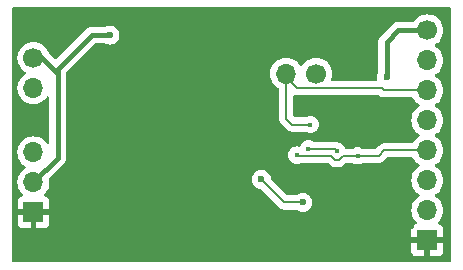
<source format=gbl>
G04 #@! TF.GenerationSoftware,KiCad,Pcbnew,8.0.4*
G04 #@! TF.CreationDate,2024-09-19T17:48:01+02:00*
G04 #@! TF.ProjectId,vibration-motor,76696272-6174-4696-9f6e-2d6d6f746f72,rev?*
G04 #@! TF.SameCoordinates,Original*
G04 #@! TF.FileFunction,Copper,L2,Bot*
G04 #@! TF.FilePolarity,Positive*
%FSLAX46Y46*%
G04 Gerber Fmt 4.6, Leading zero omitted, Abs format (unit mm)*
G04 Created by KiCad (PCBNEW 8.0.4) date 2024-09-19 17:48:01*
%MOMM*%
%LPD*%
G01*
G04 APERTURE LIST*
G04 #@! TA.AperFunction,ComponentPad*
%ADD10R,1.700000X1.700000*%
G04 #@! TD*
G04 #@! TA.AperFunction,ComponentPad*
%ADD11O,1.700000X1.700000*%
G04 #@! TD*
G04 #@! TA.AperFunction,ComponentPad*
%ADD12C,1.700000*%
G04 #@! TD*
G04 #@! TA.AperFunction,ViaPad*
%ADD13C,0.600000*%
G04 #@! TD*
G04 #@! TA.AperFunction,ViaPad*
%ADD14C,0.450000*%
G04 #@! TD*
G04 #@! TA.AperFunction,Conductor*
%ADD15C,0.200000*%
G04 #@! TD*
G04 #@! TA.AperFunction,Conductor*
%ADD16C,0.400000*%
G04 #@! TD*
G04 APERTURE END LIST*
D10*
X71800000Y-64380000D03*
D11*
X71800000Y-61840000D03*
X71800000Y-59300000D03*
D12*
X105150000Y-48975000D03*
D11*
X105150000Y-51515000D03*
X105150000Y-54055000D03*
X105150000Y-56595000D03*
X105150000Y-59135000D03*
X105150000Y-61675000D03*
X105150000Y-64215000D03*
D10*
X105150000Y-66755000D03*
D12*
X95740000Y-52650000D03*
D11*
X93200000Y-52650000D03*
D12*
X71800000Y-51310000D03*
D11*
X71800000Y-53850000D03*
D13*
X78275000Y-49375000D03*
X92800000Y-61650000D03*
X91250000Y-58900000D03*
X98500000Y-67000000D03*
X103750000Y-65500000D03*
X72000000Y-66600000D03*
X97600000Y-54750000D03*
X93440000Y-57730000D03*
X97575000Y-57650000D03*
D14*
X95250000Y-56950000D03*
X99250000Y-59600000D03*
X94090000Y-59540000D03*
D13*
X101700000Y-52950000D03*
D14*
X95070000Y-59000000D03*
X97500000Y-59210000D03*
D13*
X94600000Y-63550000D03*
X91100000Y-61600000D03*
D15*
X97500000Y-59210000D02*
X97290000Y-59000000D01*
X97290000Y-59000000D02*
X95070000Y-59000000D01*
X99250000Y-59600000D02*
X97980000Y-59600000D01*
X97980000Y-59600000D02*
X97630000Y-59950000D01*
X94150000Y-59600000D02*
X94090000Y-59540000D01*
X97630000Y-59950000D02*
X97360000Y-59950000D01*
X97010000Y-59600000D02*
X94150000Y-59600000D01*
X97360000Y-59950000D02*
X97010000Y-59600000D01*
D16*
X75475000Y-50615000D02*
X75485000Y-50615000D01*
X73850000Y-59790000D02*
X73850000Y-52650000D01*
X73850000Y-52240000D02*
X75475000Y-50615000D01*
X76725000Y-49375000D02*
X78275000Y-49375000D01*
X73850000Y-52650000D02*
X73850000Y-52240000D01*
X71800000Y-51310000D02*
X72510000Y-51310000D01*
X75485000Y-50615000D02*
X76725000Y-49375000D01*
X71800000Y-61840000D02*
X73850000Y-59790000D01*
X72510000Y-51310000D02*
X73850000Y-52650000D01*
D15*
X101300000Y-53850000D02*
X94150000Y-53850000D01*
X101500000Y-54050000D02*
X101300000Y-53850000D01*
X105150000Y-54055000D02*
X105145000Y-54050000D01*
X95250000Y-56950000D02*
X93700000Y-56950000D01*
X93700000Y-56950000D02*
X93200000Y-56450000D01*
X105145000Y-54050000D02*
X101500000Y-54050000D01*
X93200000Y-52900000D02*
X93200000Y-52400000D01*
X93200000Y-56450000D02*
X93200000Y-52560000D01*
X93200000Y-52560000D02*
X93210000Y-52550000D01*
X94150000Y-53850000D02*
X93200000Y-52900000D01*
X105145000Y-59130000D02*
X105150000Y-59135000D01*
X99250000Y-59600000D02*
X101030000Y-59600000D01*
X101030000Y-59600000D02*
X101500000Y-59130000D01*
X101500000Y-59130000D02*
X105145000Y-59130000D01*
D16*
X101700000Y-49950000D02*
X102675000Y-48975000D01*
X102675000Y-48975000D02*
X105150000Y-48975000D01*
X101700000Y-52950000D02*
X101700000Y-49950000D01*
D15*
X91100000Y-61600000D02*
X93050000Y-63550000D01*
X93050000Y-63550000D02*
X94600000Y-63550000D01*
G04 #@! TA.AperFunction,Conductor*
G36*
X107065800Y-47020185D02*
G01*
X107111555Y-47072989D01*
X107122761Y-47124500D01*
X107122761Y-68497290D01*
X107103076Y-68564329D01*
X107050272Y-68610084D01*
X106998761Y-68621290D01*
X70124500Y-68621290D01*
X70057461Y-68601605D01*
X70011706Y-68548801D01*
X70000500Y-68497290D01*
X70000500Y-51309999D01*
X70444341Y-51309999D01*
X70444341Y-51310000D01*
X70464936Y-51545403D01*
X70464938Y-51545413D01*
X70526094Y-51773655D01*
X70526096Y-51773659D01*
X70526097Y-51773663D01*
X70528398Y-51778597D01*
X70625965Y-51987830D01*
X70625967Y-51987834D01*
X70734281Y-52142521D01*
X70759100Y-52177967D01*
X70761501Y-52181395D01*
X70761506Y-52181402D01*
X70928597Y-52348493D01*
X70928603Y-52348498D01*
X71114158Y-52478425D01*
X71157783Y-52533002D01*
X71164977Y-52602500D01*
X71133454Y-52664855D01*
X71114158Y-52681575D01*
X70928597Y-52811505D01*
X70761505Y-52978597D01*
X70625965Y-53172169D01*
X70625964Y-53172171D01*
X70526098Y-53386335D01*
X70526094Y-53386344D01*
X70464938Y-53614586D01*
X70464936Y-53614596D01*
X70444341Y-53849999D01*
X70444341Y-53850000D01*
X70464936Y-54085403D01*
X70464938Y-54085413D01*
X70526094Y-54313655D01*
X70526096Y-54313659D01*
X70526097Y-54313663D01*
X70589906Y-54450501D01*
X70625965Y-54527830D01*
X70625967Y-54527834D01*
X70711860Y-54650501D01*
X70761505Y-54721401D01*
X70928599Y-54888495D01*
X70982736Y-54926402D01*
X71122165Y-55024032D01*
X71122167Y-55024033D01*
X71122170Y-55024035D01*
X71336337Y-55123903D01*
X71564592Y-55185063D01*
X71752918Y-55201539D01*
X71799999Y-55205659D01*
X71800000Y-55205659D01*
X71800001Y-55205659D01*
X71839234Y-55202226D01*
X72035408Y-55185063D01*
X72263663Y-55123903D01*
X72477830Y-55024035D01*
X72671401Y-54888495D01*
X72838495Y-54721401D01*
X72923925Y-54599393D01*
X72978502Y-54555769D01*
X73048000Y-54548575D01*
X73110355Y-54580098D01*
X73145769Y-54640327D01*
X73149500Y-54670517D01*
X73149500Y-58479482D01*
X73129815Y-58546521D01*
X73077011Y-58592276D01*
X73007853Y-58602220D01*
X72944297Y-58573195D01*
X72923925Y-58550606D01*
X72874204Y-58479597D01*
X72838495Y-58428599D01*
X72838493Y-58428597D01*
X72838491Y-58428594D01*
X72671402Y-58261506D01*
X72671395Y-58261501D01*
X72477834Y-58125967D01*
X72477830Y-58125965D01*
X72414644Y-58096501D01*
X72263663Y-58026097D01*
X72263659Y-58026096D01*
X72263655Y-58026094D01*
X72035413Y-57964938D01*
X72035403Y-57964936D01*
X71800001Y-57944341D01*
X71799999Y-57944341D01*
X71564596Y-57964936D01*
X71564586Y-57964938D01*
X71336344Y-58026094D01*
X71336335Y-58026098D01*
X71122171Y-58125964D01*
X71122169Y-58125965D01*
X70928597Y-58261505D01*
X70761505Y-58428597D01*
X70625965Y-58622169D01*
X70625964Y-58622171D01*
X70526098Y-58836335D01*
X70526094Y-58836344D01*
X70464938Y-59064586D01*
X70464936Y-59064596D01*
X70444341Y-59299999D01*
X70444341Y-59300000D01*
X70464936Y-59535403D01*
X70464938Y-59535413D01*
X70526094Y-59763655D01*
X70526096Y-59763659D01*
X70526097Y-59763663D01*
X70569516Y-59856775D01*
X70625965Y-59977830D01*
X70625967Y-59977834D01*
X70761501Y-60171395D01*
X70761506Y-60171402D01*
X70928597Y-60338493D01*
X70928603Y-60338498D01*
X71114158Y-60468425D01*
X71157783Y-60523002D01*
X71164977Y-60592500D01*
X71133454Y-60654855D01*
X71114158Y-60671575D01*
X70928597Y-60801505D01*
X70761505Y-60968597D01*
X70625965Y-61162169D01*
X70625964Y-61162171D01*
X70526098Y-61376335D01*
X70526094Y-61376344D01*
X70464938Y-61604586D01*
X70464936Y-61604596D01*
X70444341Y-61839999D01*
X70444341Y-61840000D01*
X70464936Y-62075403D01*
X70464938Y-62075413D01*
X70526094Y-62303655D01*
X70526096Y-62303659D01*
X70526097Y-62303663D01*
X70625965Y-62517830D01*
X70625967Y-62517834D01*
X70645971Y-62546402D01*
X70761501Y-62711396D01*
X70761506Y-62711402D01*
X70883818Y-62833714D01*
X70917303Y-62895037D01*
X70912319Y-62964729D01*
X70870447Y-63020662D01*
X70839471Y-63037577D01*
X70707912Y-63086646D01*
X70707906Y-63086649D01*
X70592812Y-63172809D01*
X70592809Y-63172812D01*
X70506649Y-63287906D01*
X70506645Y-63287913D01*
X70456403Y-63422620D01*
X70456401Y-63422627D01*
X70450000Y-63482155D01*
X70450000Y-64130000D01*
X71366988Y-64130000D01*
X71334075Y-64187007D01*
X71300000Y-64314174D01*
X71300000Y-64445826D01*
X71334075Y-64572993D01*
X71366988Y-64630000D01*
X70450000Y-64630000D01*
X70450000Y-65277844D01*
X70456401Y-65337372D01*
X70456403Y-65337379D01*
X70506645Y-65472086D01*
X70506649Y-65472093D01*
X70592809Y-65587187D01*
X70592812Y-65587190D01*
X70707906Y-65673350D01*
X70707913Y-65673354D01*
X70842620Y-65723596D01*
X70842627Y-65723598D01*
X70902155Y-65729999D01*
X70902172Y-65730000D01*
X71550000Y-65730000D01*
X71550000Y-64813012D01*
X71607007Y-64845925D01*
X71734174Y-64880000D01*
X71865826Y-64880000D01*
X71992993Y-64845925D01*
X72050000Y-64813012D01*
X72050000Y-65730000D01*
X72697828Y-65730000D01*
X72697844Y-65729999D01*
X72757372Y-65723598D01*
X72757379Y-65723596D01*
X72892086Y-65673354D01*
X72892093Y-65673350D01*
X73007187Y-65587190D01*
X73007190Y-65587187D01*
X73093350Y-65472093D01*
X73093354Y-65472086D01*
X73143596Y-65337379D01*
X73143598Y-65337372D01*
X73149999Y-65277844D01*
X73150000Y-65277827D01*
X73150000Y-64630000D01*
X72233012Y-64630000D01*
X72265925Y-64572993D01*
X72300000Y-64445826D01*
X72300000Y-64314174D01*
X72265925Y-64187007D01*
X72233012Y-64130000D01*
X73150000Y-64130000D01*
X73150000Y-63482172D01*
X73149999Y-63482155D01*
X73143598Y-63422627D01*
X73143596Y-63422620D01*
X73093354Y-63287913D01*
X73093350Y-63287906D01*
X73007190Y-63172812D01*
X73007187Y-63172809D01*
X72892093Y-63086649D01*
X72892088Y-63086646D01*
X72760528Y-63037577D01*
X72704595Y-62995705D01*
X72680178Y-62930241D01*
X72695030Y-62861968D01*
X72716175Y-62833720D01*
X72838495Y-62711401D01*
X72974035Y-62517830D01*
X73073903Y-62303663D01*
X73135063Y-62075408D01*
X73155659Y-61840000D01*
X73135063Y-61604592D01*
X73133832Y-61599996D01*
X90294435Y-61599996D01*
X90294435Y-61600003D01*
X90314630Y-61779249D01*
X90314631Y-61779254D01*
X90374211Y-61949523D01*
X90453307Y-62075403D01*
X90470184Y-62102262D01*
X90597738Y-62229816D01*
X90750478Y-62325789D01*
X90920745Y-62385368D01*
X91007669Y-62395161D01*
X91072080Y-62422226D01*
X91081465Y-62430700D01*
X92565139Y-63914374D01*
X92565149Y-63914385D01*
X92569479Y-63918715D01*
X92569480Y-63918716D01*
X92681284Y-64030520D01*
X92681286Y-64030521D01*
X92681290Y-64030524D01*
X92754850Y-64072993D01*
X92818216Y-64109577D01*
X92930019Y-64139534D01*
X92970942Y-64150500D01*
X92970943Y-64150500D01*
X94017588Y-64150500D01*
X94084627Y-64170185D01*
X94094903Y-64177555D01*
X94097736Y-64179814D01*
X94097738Y-64179816D01*
X94250478Y-64275789D01*
X94360176Y-64314174D01*
X94420745Y-64335368D01*
X94420750Y-64335369D01*
X94599996Y-64355565D01*
X94600000Y-64355565D01*
X94600004Y-64355565D01*
X94779249Y-64335369D01*
X94779252Y-64335368D01*
X94779255Y-64335368D01*
X94949522Y-64275789D01*
X95102262Y-64179816D01*
X95229816Y-64052262D01*
X95325789Y-63899522D01*
X95385368Y-63729255D01*
X95405565Y-63550000D01*
X95404119Y-63537169D01*
X95385369Y-63370750D01*
X95385368Y-63370745D01*
X95375869Y-63343599D01*
X95325789Y-63200478D01*
X95310726Y-63176506D01*
X95254265Y-63086649D01*
X95229816Y-63047738D01*
X95102262Y-62920184D01*
X95062241Y-62895037D01*
X94949523Y-62824211D01*
X94779254Y-62764631D01*
X94779249Y-62764630D01*
X94600004Y-62744435D01*
X94599996Y-62744435D01*
X94420750Y-62764630D01*
X94420745Y-62764631D01*
X94250476Y-62824211D01*
X94097736Y-62920185D01*
X94094903Y-62922445D01*
X94092724Y-62923334D01*
X94091842Y-62923889D01*
X94091744Y-62923734D01*
X94030217Y-62948855D01*
X94017588Y-62949500D01*
X93350097Y-62949500D01*
X93283058Y-62929815D01*
X93262416Y-62913181D01*
X91930700Y-61581465D01*
X91897215Y-61520142D01*
X91895163Y-61507686D01*
X91885368Y-61420745D01*
X91825789Y-61250478D01*
X91729816Y-61097738D01*
X91602262Y-60970184D01*
X91449523Y-60874211D01*
X91279254Y-60814631D01*
X91279249Y-60814630D01*
X91100004Y-60794435D01*
X91099996Y-60794435D01*
X90920750Y-60814630D01*
X90920745Y-60814631D01*
X90750476Y-60874211D01*
X90597737Y-60970184D01*
X90470184Y-61097737D01*
X90374211Y-61250476D01*
X90314631Y-61420745D01*
X90314630Y-61420750D01*
X90294435Y-61599996D01*
X73133832Y-61599996D01*
X73130558Y-61587779D01*
X73132219Y-61517932D01*
X73162649Y-61468006D01*
X74394114Y-60236543D01*
X74470775Y-60121811D01*
X74523580Y-59994328D01*
X74550500Y-59858994D01*
X74550500Y-59721006D01*
X74550500Y-52649999D01*
X91844341Y-52649999D01*
X91844341Y-52650000D01*
X91864936Y-52885403D01*
X91864938Y-52885413D01*
X91926094Y-53113655D01*
X91926096Y-53113659D01*
X91926097Y-53113663D01*
X91958708Y-53183597D01*
X92025965Y-53327830D01*
X92025967Y-53327834D01*
X92097743Y-53430340D01*
X92161505Y-53521401D01*
X92328599Y-53688495D01*
X92425384Y-53756265D01*
X92522165Y-53824032D01*
X92522167Y-53824033D01*
X92522170Y-53824035D01*
X92527898Y-53826706D01*
X92580339Y-53872872D01*
X92599500Y-53939090D01*
X92599500Y-56363330D01*
X92599499Y-56363348D01*
X92599499Y-56529054D01*
X92599498Y-56529054D01*
X92599499Y-56529057D01*
X92640423Y-56681785D01*
X92661457Y-56718216D01*
X92719480Y-56818716D01*
X92831284Y-56930520D01*
X92831285Y-56930521D01*
X93331284Y-57430520D01*
X93331286Y-57430521D01*
X93331290Y-57430524D01*
X93468209Y-57509573D01*
X93468216Y-57509577D01*
X93620943Y-57550501D01*
X93620945Y-57550501D01*
X93786654Y-57550501D01*
X93786670Y-57550500D01*
X94806326Y-57550500D01*
X94872297Y-57569505D01*
X94933225Y-57607789D01*
X95087539Y-57661786D01*
X95087542Y-57661786D01*
X95087544Y-57661787D01*
X95249996Y-57680091D01*
X95250000Y-57680091D01*
X95250004Y-57680091D01*
X95412455Y-57661787D01*
X95412456Y-57661786D01*
X95412461Y-57661786D01*
X95566775Y-57607789D01*
X95705204Y-57520808D01*
X95820808Y-57405204D01*
X95907789Y-57266775D01*
X95961786Y-57112461D01*
X95961787Y-57112455D01*
X95980091Y-56950003D01*
X95980091Y-56949996D01*
X95961787Y-56787544D01*
X95961786Y-56787542D01*
X95961786Y-56787539D01*
X95907789Y-56633225D01*
X95820808Y-56494796D01*
X95705204Y-56379192D01*
X95692076Y-56370943D01*
X95566774Y-56292210D01*
X95412455Y-56238212D01*
X95250004Y-56219909D01*
X95249996Y-56219909D01*
X95087544Y-56238212D01*
X94933225Y-56292210D01*
X94872298Y-56330494D01*
X94806326Y-56349500D01*
X94000098Y-56349500D01*
X93933059Y-56329815D01*
X93912417Y-56313181D01*
X93836819Y-56237583D01*
X93803334Y-56176260D01*
X93800500Y-56149902D01*
X93800500Y-54539635D01*
X93820185Y-54472596D01*
X93872989Y-54426841D01*
X93942147Y-54416897D01*
X93956581Y-54419857D01*
X94070943Y-54450501D01*
X94070946Y-54450501D01*
X94236653Y-54450501D01*
X94236669Y-54450500D01*
X100999902Y-54450500D01*
X101066941Y-54470185D01*
X101087583Y-54486819D01*
X101131284Y-54530520D01*
X101131286Y-54530521D01*
X101131290Y-54530524D01*
X101217156Y-54580098D01*
X101268216Y-54609577D01*
X101420943Y-54650501D01*
X101420945Y-54650501D01*
X101586654Y-54650501D01*
X101586670Y-54650500D01*
X103858577Y-54650500D01*
X103925616Y-54670185D01*
X103970958Y-54722092D01*
X103975966Y-54732832D01*
X103975967Y-54732834D01*
X104111501Y-54926395D01*
X104111506Y-54926402D01*
X104278597Y-55093493D01*
X104278603Y-55093498D01*
X104464158Y-55223425D01*
X104507783Y-55278002D01*
X104514977Y-55347500D01*
X104483454Y-55409855D01*
X104464158Y-55426575D01*
X104278597Y-55556505D01*
X104111505Y-55723597D01*
X103975965Y-55917169D01*
X103975964Y-55917171D01*
X103876098Y-56131335D01*
X103876094Y-56131344D01*
X103814938Y-56359586D01*
X103814936Y-56359596D01*
X103794341Y-56594999D01*
X103794341Y-56595000D01*
X103814936Y-56830403D01*
X103814938Y-56830413D01*
X103876094Y-57058655D01*
X103876096Y-57058659D01*
X103876097Y-57058663D01*
X103975965Y-57272830D01*
X103975967Y-57272834D01*
X104111501Y-57466395D01*
X104111506Y-57466402D01*
X104278597Y-57633493D01*
X104278603Y-57633498D01*
X104464158Y-57763425D01*
X104507783Y-57818002D01*
X104514977Y-57887500D01*
X104483454Y-57949855D01*
X104464158Y-57966575D01*
X104278597Y-58096505D01*
X104111505Y-58263597D01*
X103975967Y-58457167D01*
X103975966Y-58457169D01*
X103975965Y-58457171D01*
X103975625Y-58457898D01*
X103975390Y-58458165D01*
X103973257Y-58461861D01*
X103972514Y-58461432D01*
X103929458Y-58510340D01*
X103863241Y-58529500D01*
X101420940Y-58529500D01*
X101380019Y-58540464D01*
X101380019Y-58540465D01*
X101363856Y-58544796D01*
X101268214Y-58570423D01*
X101268209Y-58570426D01*
X101131290Y-58649475D01*
X101131282Y-58649481D01*
X101034071Y-58746693D01*
X101019480Y-58761284D01*
X101019478Y-58761286D01*
X100910856Y-58869909D01*
X100817584Y-58963181D01*
X100756261Y-58996666D01*
X100729903Y-58999500D01*
X99693674Y-58999500D01*
X99627702Y-58980494D01*
X99566774Y-58942210D01*
X99432939Y-58895379D01*
X99412461Y-58888214D01*
X99412460Y-58888213D01*
X99412455Y-58888212D01*
X99250004Y-58869909D01*
X99249996Y-58869909D01*
X99087544Y-58888212D01*
X98933225Y-58942210D01*
X98872298Y-58980494D01*
X98806326Y-58999500D01*
X98282959Y-58999500D01*
X98215920Y-58979815D01*
X98170165Y-58927011D01*
X98165917Y-58916454D01*
X98157788Y-58893223D01*
X98074886Y-58761286D01*
X98070808Y-58754796D01*
X97955204Y-58639192D01*
X97845764Y-58570426D01*
X97816774Y-58552210D01*
X97662455Y-58498212D01*
X97637751Y-58495429D01*
X97589636Y-58479597D01*
X97558173Y-58461432D01*
X97550793Y-58457171D01*
X97521785Y-58440423D01*
X97369057Y-58399499D01*
X97210943Y-58399499D01*
X97203347Y-58399499D01*
X97203331Y-58399500D01*
X95513674Y-58399500D01*
X95447702Y-58380494D01*
X95386774Y-58342210D01*
X95232455Y-58288212D01*
X95070004Y-58269909D01*
X95069996Y-58269909D01*
X94907544Y-58288212D01*
X94753225Y-58342210D01*
X94614795Y-58429192D01*
X94499192Y-58544795D01*
X94412208Y-58683227D01*
X94390001Y-58746693D01*
X94349279Y-58803469D01*
X94284326Y-58829216D01*
X94259077Y-58828958D01*
X94090004Y-58809909D01*
X94089996Y-58809909D01*
X93927544Y-58828212D01*
X93773225Y-58882210D01*
X93634795Y-58969192D01*
X93519192Y-59084795D01*
X93432210Y-59223225D01*
X93378212Y-59377544D01*
X93359909Y-59539996D01*
X93359909Y-59540003D01*
X93378212Y-59702455D01*
X93432210Y-59856774D01*
X93502548Y-59968716D01*
X93519192Y-59995204D01*
X93634796Y-60110808D01*
X93773225Y-60197789D01*
X93927539Y-60251786D01*
X93927542Y-60251786D01*
X93927544Y-60251787D01*
X94089996Y-60270091D01*
X94090000Y-60270091D01*
X94090004Y-60270091D01*
X94252457Y-60251787D01*
X94252459Y-60251786D01*
X94252461Y-60251786D01*
X94379139Y-60207458D01*
X94420094Y-60200500D01*
X96709902Y-60200500D01*
X96776941Y-60220185D01*
X96797582Y-60236818D01*
X96991284Y-60430520D01*
X96991286Y-60430521D01*
X96991290Y-60430524D01*
X97128209Y-60509573D01*
X97128212Y-60509575D01*
X97128216Y-60509577D01*
X97280943Y-60550501D01*
X97280945Y-60550501D01*
X97446654Y-60550501D01*
X97446670Y-60550500D01*
X97543331Y-60550500D01*
X97543347Y-60550501D01*
X97550943Y-60550501D01*
X97709054Y-60550501D01*
X97709057Y-60550501D01*
X97861785Y-60509577D01*
X97930225Y-60470063D01*
X97998716Y-60430520D01*
X98110520Y-60318716D01*
X98110521Y-60318714D01*
X98192418Y-60236816D01*
X98253740Y-60203334D01*
X98280097Y-60200500D01*
X98806326Y-60200500D01*
X98872297Y-60219505D01*
X98933225Y-60257789D01*
X99087539Y-60311786D01*
X99087542Y-60311786D01*
X99087544Y-60311787D01*
X99249996Y-60330091D01*
X99250000Y-60330091D01*
X99250004Y-60330091D01*
X99412455Y-60311787D01*
X99412456Y-60311786D01*
X99412461Y-60311786D01*
X99566775Y-60257789D01*
X99627702Y-60219505D01*
X99693674Y-60200500D01*
X100943331Y-60200500D01*
X100943347Y-60200501D01*
X100950943Y-60200501D01*
X101109054Y-60200501D01*
X101109057Y-60200501D01*
X101261785Y-60159577D01*
X101327197Y-60121811D01*
X101398716Y-60080520D01*
X101510520Y-59968716D01*
X101510520Y-59968714D01*
X101520721Y-59958514D01*
X101520724Y-59958509D01*
X101712417Y-59766816D01*
X101773740Y-59733334D01*
X101800097Y-59730500D01*
X103858577Y-59730500D01*
X103925616Y-59750185D01*
X103970958Y-59802092D01*
X103975966Y-59812832D01*
X103975967Y-59812834D01*
X104077964Y-59958500D01*
X104103051Y-59994328D01*
X104111501Y-60006395D01*
X104111506Y-60006402D01*
X104278597Y-60173493D01*
X104278603Y-60173498D01*
X104464158Y-60303425D01*
X104507783Y-60358002D01*
X104514977Y-60427500D01*
X104483454Y-60489855D01*
X104464158Y-60506575D01*
X104278597Y-60636505D01*
X104111505Y-60803597D01*
X103975965Y-60997169D01*
X103975964Y-60997171D01*
X103876098Y-61211335D01*
X103876094Y-61211344D01*
X103814938Y-61439586D01*
X103814936Y-61439596D01*
X103794341Y-61674999D01*
X103794341Y-61675000D01*
X103814936Y-61910403D01*
X103814938Y-61910413D01*
X103876094Y-62138655D01*
X103876096Y-62138659D01*
X103876097Y-62138663D01*
X103963356Y-62325789D01*
X103975965Y-62352830D01*
X103975967Y-62352834D01*
X104111501Y-62546395D01*
X104111506Y-62546402D01*
X104278597Y-62713493D01*
X104278603Y-62713498D01*
X104464158Y-62843425D01*
X104507783Y-62898002D01*
X104514977Y-62967500D01*
X104483454Y-63029855D01*
X104464158Y-63046575D01*
X104278597Y-63176505D01*
X104111505Y-63343597D01*
X103975965Y-63537169D01*
X103975964Y-63537171D01*
X103876098Y-63751335D01*
X103876094Y-63751344D01*
X103814938Y-63979586D01*
X103814936Y-63979596D01*
X103794341Y-64214999D01*
X103794341Y-64215000D01*
X103814936Y-64450403D01*
X103814938Y-64450413D01*
X103876094Y-64678655D01*
X103876096Y-64678659D01*
X103876097Y-64678663D01*
X103879988Y-64687007D01*
X103975965Y-64892830D01*
X103975967Y-64892834D01*
X104084281Y-65047521D01*
X104111501Y-65086396D01*
X104111506Y-65086402D01*
X104233818Y-65208714D01*
X104267303Y-65270037D01*
X104262319Y-65339729D01*
X104220447Y-65395662D01*
X104189471Y-65412577D01*
X104057912Y-65461646D01*
X104057906Y-65461649D01*
X103942812Y-65547809D01*
X103942809Y-65547812D01*
X103856649Y-65662906D01*
X103856645Y-65662913D01*
X103806403Y-65797620D01*
X103806401Y-65797627D01*
X103800000Y-65857155D01*
X103800000Y-66505000D01*
X104716988Y-66505000D01*
X104684075Y-66562007D01*
X104650000Y-66689174D01*
X104650000Y-66820826D01*
X104684075Y-66947993D01*
X104716988Y-67005000D01*
X103800000Y-67005000D01*
X103800000Y-67652844D01*
X103806401Y-67712372D01*
X103806403Y-67712379D01*
X103856645Y-67847086D01*
X103856649Y-67847093D01*
X103942809Y-67962187D01*
X103942812Y-67962190D01*
X104057906Y-68048350D01*
X104057913Y-68048354D01*
X104192620Y-68098596D01*
X104192627Y-68098598D01*
X104252155Y-68104999D01*
X104252172Y-68105000D01*
X104900000Y-68105000D01*
X104900000Y-67188012D01*
X104957007Y-67220925D01*
X105084174Y-67255000D01*
X105215826Y-67255000D01*
X105342993Y-67220925D01*
X105400000Y-67188012D01*
X105400000Y-68105000D01*
X106047828Y-68105000D01*
X106047844Y-68104999D01*
X106107372Y-68098598D01*
X106107379Y-68098596D01*
X106242086Y-68048354D01*
X106242093Y-68048350D01*
X106357187Y-67962190D01*
X106357190Y-67962187D01*
X106443350Y-67847093D01*
X106443354Y-67847086D01*
X106493596Y-67712379D01*
X106493598Y-67712372D01*
X106499999Y-67652844D01*
X106500000Y-67652827D01*
X106500000Y-67005000D01*
X105583012Y-67005000D01*
X105615925Y-66947993D01*
X105650000Y-66820826D01*
X105650000Y-66689174D01*
X105615925Y-66562007D01*
X105583012Y-66505000D01*
X106500000Y-66505000D01*
X106500000Y-65857172D01*
X106499999Y-65857155D01*
X106493598Y-65797627D01*
X106493596Y-65797620D01*
X106443354Y-65662913D01*
X106443350Y-65662906D01*
X106357190Y-65547812D01*
X106357187Y-65547809D01*
X106242093Y-65461649D01*
X106242088Y-65461646D01*
X106110528Y-65412577D01*
X106054595Y-65370705D01*
X106030178Y-65305241D01*
X106045030Y-65236968D01*
X106066175Y-65208720D01*
X106188495Y-65086401D01*
X106324035Y-64892830D01*
X106423903Y-64678663D01*
X106485063Y-64450408D01*
X106505659Y-64215000D01*
X106485063Y-63979592D01*
X106423903Y-63751337D01*
X106324035Y-63537171D01*
X106285525Y-63482172D01*
X106188494Y-63343597D01*
X106021402Y-63176506D01*
X106021396Y-63176501D01*
X105835842Y-63046575D01*
X105792217Y-62991998D01*
X105785023Y-62922500D01*
X105816546Y-62860145D01*
X105835842Y-62843425D01*
X105863282Y-62824211D01*
X106021401Y-62713495D01*
X106188495Y-62546401D01*
X106324035Y-62352830D01*
X106423903Y-62138663D01*
X106485063Y-61910408D01*
X106505659Y-61675000D01*
X106485063Y-61439592D01*
X106423903Y-61211337D01*
X106324035Y-60997171D01*
X106304028Y-60968597D01*
X106188494Y-60803597D01*
X106021402Y-60636506D01*
X106021396Y-60636501D01*
X105835842Y-60506575D01*
X105792217Y-60451998D01*
X105785023Y-60382500D01*
X105816546Y-60320145D01*
X105835842Y-60303425D01*
X105901017Y-60257789D01*
X106021401Y-60173495D01*
X106188495Y-60006401D01*
X106324035Y-59812830D01*
X106423903Y-59598663D01*
X106485063Y-59370408D01*
X106505659Y-59135000D01*
X106485063Y-58899592D01*
X106423903Y-58671337D01*
X106324035Y-58457171D01*
X106324033Y-58457167D01*
X106188494Y-58263597D01*
X106021402Y-58096506D01*
X106021396Y-58096501D01*
X105835842Y-57966575D01*
X105792217Y-57911998D01*
X105785023Y-57842500D01*
X105816546Y-57780145D01*
X105835842Y-57763425D01*
X105954855Y-57680091D01*
X106021401Y-57633495D01*
X106188495Y-57466401D01*
X106324035Y-57272830D01*
X106423903Y-57058663D01*
X106485063Y-56830408D01*
X106505659Y-56595000D01*
X106485063Y-56359592D01*
X106423903Y-56131337D01*
X106324035Y-55917171D01*
X106188495Y-55723599D01*
X106188494Y-55723597D01*
X106021402Y-55556506D01*
X106021396Y-55556501D01*
X105835842Y-55426575D01*
X105792217Y-55371998D01*
X105785023Y-55302500D01*
X105816546Y-55240145D01*
X105835842Y-55223425D01*
X105977971Y-55123905D01*
X106021401Y-55093495D01*
X106188495Y-54926401D01*
X106324035Y-54732830D01*
X106423903Y-54518663D01*
X106485063Y-54290408D01*
X106505659Y-54055000D01*
X106485063Y-53819592D01*
X106430134Y-53614592D01*
X106423905Y-53591344D01*
X106423904Y-53591343D01*
X106423903Y-53591337D01*
X106324035Y-53377171D01*
X106324033Y-53377167D01*
X106188494Y-53183597D01*
X106021402Y-53016506D01*
X106021396Y-53016501D01*
X105835842Y-52886575D01*
X105792217Y-52831998D01*
X105785023Y-52762500D01*
X105816546Y-52700145D01*
X105835842Y-52683425D01*
X105883579Y-52649999D01*
X106021401Y-52553495D01*
X106188495Y-52386401D01*
X106324035Y-52192830D01*
X106423903Y-51978663D01*
X106485063Y-51750408D01*
X106505659Y-51515000D01*
X106485063Y-51279592D01*
X106430134Y-51074592D01*
X106423905Y-51051344D01*
X106423904Y-51051343D01*
X106423903Y-51051337D01*
X106324035Y-50837171D01*
X106188495Y-50643599D01*
X106188494Y-50643597D01*
X106021402Y-50476506D01*
X106021396Y-50476501D01*
X105835842Y-50346575D01*
X105792217Y-50291998D01*
X105785023Y-50222500D01*
X105816546Y-50160145D01*
X105835842Y-50143425D01*
X105928801Y-50078334D01*
X106021401Y-50013495D01*
X106188495Y-49846401D01*
X106324035Y-49652830D01*
X106423903Y-49438663D01*
X106485063Y-49210408D01*
X106505659Y-48975000D01*
X106485063Y-48739592D01*
X106423903Y-48511337D01*
X106324035Y-48297171D01*
X106323262Y-48296066D01*
X106188494Y-48103597D01*
X106021402Y-47936506D01*
X106021395Y-47936501D01*
X105827834Y-47800967D01*
X105827830Y-47800965D01*
X105827828Y-47800964D01*
X105613663Y-47701097D01*
X105613659Y-47701096D01*
X105613655Y-47701094D01*
X105385413Y-47639938D01*
X105385403Y-47639936D01*
X105150001Y-47619341D01*
X105149999Y-47619341D01*
X104914596Y-47639936D01*
X104914586Y-47639938D01*
X104686344Y-47701094D01*
X104686335Y-47701098D01*
X104472171Y-47800964D01*
X104472169Y-47800965D01*
X104278597Y-47936505D01*
X104111506Y-48103596D01*
X104028864Y-48221623D01*
X103974287Y-48265248D01*
X103927289Y-48274500D01*
X102606003Y-48274500D01*
X102497590Y-48296065D01*
X102497589Y-48296065D01*
X102470671Y-48301420D01*
X102343190Y-48354224D01*
X102228454Y-48430887D01*
X101155887Y-49503454D01*
X101079222Y-49618192D01*
X101026421Y-49745667D01*
X101026418Y-49745679D01*
X101006384Y-49846399D01*
X101006384Y-49846402D01*
X100999500Y-49881006D01*
X100999500Y-52524507D01*
X100980494Y-52590478D01*
X100974209Y-52600479D01*
X100914633Y-52770737D01*
X100914630Y-52770750D01*
X100894435Y-52949996D01*
X100894435Y-52950003D01*
X100912644Y-53111617D01*
X100900589Y-53180439D01*
X100853240Y-53231818D01*
X100789424Y-53249500D01*
X97139106Y-53249500D01*
X97072067Y-53229815D01*
X97026312Y-53177011D01*
X97016368Y-53107853D01*
X97019331Y-53093407D01*
X97074750Y-52886575D01*
X97075063Y-52885408D01*
X97095659Y-52650000D01*
X97075063Y-52414592D01*
X97013903Y-52186337D01*
X96914035Y-51972171D01*
X96908425Y-51964158D01*
X96778494Y-51778597D01*
X96611402Y-51611506D01*
X96611395Y-51611501D01*
X96417834Y-51475967D01*
X96417830Y-51475965D01*
X96417828Y-51475964D01*
X96203663Y-51376097D01*
X96203659Y-51376096D01*
X96203655Y-51376094D01*
X95975413Y-51314938D01*
X95975403Y-51314936D01*
X95740001Y-51294341D01*
X95739999Y-51294341D01*
X95504596Y-51314936D01*
X95504586Y-51314938D01*
X95276344Y-51376094D01*
X95276335Y-51376098D01*
X95062171Y-51475964D01*
X95062169Y-51475965D01*
X94868597Y-51611505D01*
X94701505Y-51778597D01*
X94571575Y-51964158D01*
X94516998Y-52007783D01*
X94447500Y-52014977D01*
X94385145Y-51983454D01*
X94368425Y-51964158D01*
X94238494Y-51778597D01*
X94071402Y-51611506D01*
X94071395Y-51611501D01*
X93877834Y-51475967D01*
X93877830Y-51475965D01*
X93877828Y-51475964D01*
X93663663Y-51376097D01*
X93663659Y-51376096D01*
X93663655Y-51376094D01*
X93435413Y-51314938D01*
X93435403Y-51314936D01*
X93200001Y-51294341D01*
X93199999Y-51294341D01*
X92964596Y-51314936D01*
X92964586Y-51314938D01*
X92736344Y-51376094D01*
X92736335Y-51376098D01*
X92522171Y-51475964D01*
X92522169Y-51475965D01*
X92328597Y-51611505D01*
X92161505Y-51778597D01*
X92025965Y-51972169D01*
X92025964Y-51972171D01*
X91926098Y-52186335D01*
X91926094Y-52186344D01*
X91864938Y-52414586D01*
X91864936Y-52414596D01*
X91844341Y-52649999D01*
X74550500Y-52649999D01*
X74550500Y-52581518D01*
X74570185Y-52514479D01*
X74586814Y-52493842D01*
X75892771Y-51187884D01*
X75911559Y-51172466D01*
X75931543Y-51159114D01*
X76978838Y-50111819D01*
X77040161Y-50078334D01*
X77066519Y-50075500D01*
X77849506Y-50075500D01*
X77915477Y-50094506D01*
X77925474Y-50100787D01*
X77925475Y-50100787D01*
X77925478Y-50100789D01*
X78047325Y-50143425D01*
X78095745Y-50160368D01*
X78095750Y-50160369D01*
X78274996Y-50180565D01*
X78275000Y-50180565D01*
X78275004Y-50180565D01*
X78454249Y-50160369D01*
X78454252Y-50160368D01*
X78454255Y-50160368D01*
X78624522Y-50100789D01*
X78777262Y-50004816D01*
X78904816Y-49877262D01*
X79000789Y-49724522D01*
X79060368Y-49554255D01*
X79080565Y-49375000D01*
X79062020Y-49210408D01*
X79060369Y-49195750D01*
X79060368Y-49195745D01*
X79000788Y-49025476D01*
X78904815Y-48872737D01*
X78777262Y-48745184D01*
X78624523Y-48649211D01*
X78454254Y-48589631D01*
X78454249Y-48589630D01*
X78275004Y-48569435D01*
X78274996Y-48569435D01*
X78095750Y-48589630D01*
X78095745Y-48589631D01*
X77925474Y-48649212D01*
X77915477Y-48655494D01*
X77849506Y-48674500D01*
X76656004Y-48674500D01*
X76520677Y-48701418D01*
X76520667Y-48701421D01*
X76393192Y-48754222D01*
X76278454Y-48830887D01*
X75067229Y-50042112D01*
X75048443Y-50057530D01*
X75028463Y-50070881D01*
X75028454Y-50070888D01*
X73732681Y-51366662D01*
X73671358Y-51400147D01*
X73601666Y-51395163D01*
X73557319Y-51366662D01*
X73110907Y-50920250D01*
X73078813Y-50864661D01*
X73073904Y-50846341D01*
X73073903Y-50846337D01*
X72974035Y-50632171D01*
X72974034Y-50632169D01*
X72838494Y-50438597D01*
X72671402Y-50271506D01*
X72671395Y-50271501D01*
X72477834Y-50135967D01*
X72477830Y-50135965D01*
X72402395Y-50100789D01*
X72263663Y-50036097D01*
X72263659Y-50036096D01*
X72263655Y-50036094D01*
X72035413Y-49974938D01*
X72035403Y-49974936D01*
X71800001Y-49954341D01*
X71799999Y-49954341D01*
X71564596Y-49974936D01*
X71564586Y-49974938D01*
X71336344Y-50036094D01*
X71336335Y-50036098D01*
X71122171Y-50135964D01*
X71122169Y-50135965D01*
X70928597Y-50271505D01*
X70761505Y-50438597D01*
X70625965Y-50632169D01*
X70625964Y-50632171D01*
X70526098Y-50846335D01*
X70526094Y-50846344D01*
X70464938Y-51074586D01*
X70464936Y-51074596D01*
X70444341Y-51309999D01*
X70000500Y-51309999D01*
X70000500Y-47124500D01*
X70020185Y-47057461D01*
X70072989Y-47011706D01*
X70124500Y-47000500D01*
X106998761Y-47000500D01*
X107065800Y-47020185D01*
G37*
G04 #@! TD.AperFunction*
M02*

</source>
